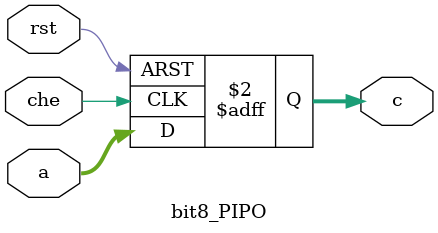
<source format=v>
`timescale 1ns / 1ps


module bit8_PIPO(input wire [7:0] a,input wire che,output reg [7:0] c,input rst);
always @(posedge che or posedge rst)
    if(rst) c<=0;
    else
    if(che)
    begin
        c<=a;
    end
endmodule

</source>
